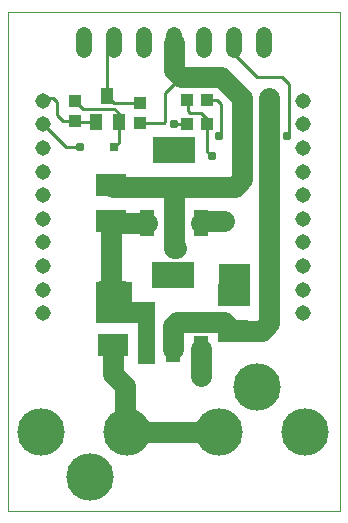
<source format=gtl>
G75*
G70*
%OFA0B0*%
%FSLAX24Y24*%
%IPPOS*%
%LPD*%
%AMOC8*
5,1,8,0,0,1.08239X$1,22.5*
%
%ADD10C,0.0000*%
%ADD11C,0.0515*%
%ADD12R,0.0480X0.0880*%
%ADD13R,0.1417X0.0866*%
%ADD14R,0.0984X0.0768*%
%ADD15C,0.1580*%
%ADD16C,0.0520*%
%ADD17R,0.0394X0.0551*%
%ADD18R,0.0433X0.0394*%
%ADD19R,0.0394X0.0433*%
%ADD20C,0.0700*%
%ADD21C,0.0100*%
%ADD22C,0.0310*%
%ADD23R,0.0396X0.0396*%
%ADD24C,0.0010*%
%ADD25R,0.0310X0.0310*%
D10*
X002006Y000101D02*
X002006Y016717D01*
X013056Y016717D01*
X013056Y000101D01*
X002006Y000101D01*
D11*
X003175Y006677D03*
X003175Y007465D03*
X003175Y008252D03*
X003175Y009040D03*
X003175Y009827D03*
X003175Y010614D03*
X003175Y011402D03*
X003175Y012189D03*
X003175Y012977D03*
X003175Y013764D03*
X011836Y013764D03*
X011836Y012977D03*
X011836Y012189D03*
X011836Y011402D03*
X011836Y010614D03*
X011836Y009827D03*
X011836Y009040D03*
X011836Y008252D03*
X011836Y007465D03*
X011836Y006677D03*
D12*
X008416Y005501D03*
X007506Y005501D03*
X006596Y005501D03*
X006616Y009681D03*
X007526Y009681D03*
X008436Y009681D03*
D13*
X007506Y007941D03*
X007526Y012121D03*
D14*
X005426Y010961D03*
X005426Y009760D03*
X005506Y006821D03*
X005506Y005620D03*
X009506Y006100D03*
X009506Y007301D03*
D15*
X010293Y004222D03*
X009042Y002721D03*
X011904Y002731D03*
X005969Y002721D03*
X004718Y001220D03*
X003107Y002711D03*
D16*
X004526Y015441D02*
X004526Y015961D01*
X005526Y015961D02*
X005526Y015441D01*
X006526Y015441D02*
X006526Y015961D01*
X007526Y015961D02*
X007526Y015441D01*
X008526Y015441D02*
X008526Y015961D01*
X009526Y015961D02*
X009526Y015441D01*
X010526Y015441D02*
X010526Y015961D01*
D17*
X005680Y013048D03*
X005306Y013914D03*
X004932Y013048D03*
D18*
X004226Y013086D03*
X004226Y013755D03*
X006386Y013695D03*
X006386Y013026D03*
D19*
X007971Y013001D03*
X008640Y013001D03*
X008640Y013781D03*
X007971Y013781D03*
D20*
X007766Y014561D02*
X009086Y014561D01*
X009806Y013841D01*
X009806Y011141D01*
X009566Y010901D01*
X007166Y010901D01*
X007286Y010901D01*
X007526Y010661D01*
X007526Y009681D01*
X007526Y008861D01*
X007586Y008861D01*
X008436Y009681D02*
X008516Y009761D01*
X009206Y009761D01*
X007166Y010901D02*
X005486Y010901D01*
X005426Y010961D01*
X005426Y009760D02*
X005426Y007481D01*
X005486Y007421D01*
X005426Y007361D01*
X005506Y005620D02*
X005506Y004661D01*
X005666Y004501D01*
X005666Y004481D01*
X005506Y004641D01*
X005506Y004661D01*
X005666Y004481D02*
X005906Y004241D01*
X005906Y002784D01*
X005969Y002721D01*
X009042Y002721D01*
X008426Y004601D02*
X008416Y004611D01*
X008416Y005501D01*
X007646Y006401D02*
X009205Y006401D01*
X009506Y006100D01*
X009506Y006101D01*
X010466Y006101D01*
X010706Y006341D01*
X010706Y013841D01*
X007766Y014561D02*
X007526Y014801D01*
X007526Y015701D01*
X006616Y009681D02*
X005505Y009681D01*
X005426Y009760D01*
X007646Y006401D02*
X007506Y006261D01*
X007506Y005501D01*
D21*
X008786Y011921D02*
X008640Y012066D01*
X008640Y013001D01*
X008640Y013146D01*
X008426Y013361D01*
X008066Y013361D01*
X008006Y013421D01*
X008006Y013746D01*
X007971Y013781D01*
X008640Y013781D02*
X008966Y013781D01*
X009086Y013661D01*
X009086Y012641D01*
X009026Y012581D01*
X009026Y012641D01*
X007971Y013001D02*
X007526Y013001D01*
X007226Y013061D02*
X007226Y014021D01*
X007766Y014561D01*
X007226Y013061D02*
X007191Y013026D01*
X006386Y013026D01*
X006386Y013695D02*
X005524Y013695D01*
X005306Y013914D01*
X005306Y015481D01*
X005526Y015701D01*
X004226Y013755D02*
X004500Y013481D01*
X005546Y013481D01*
X005680Y013347D01*
X005680Y013048D01*
X005680Y012355D01*
X005546Y012221D01*
X004932Y013048D02*
X004264Y013048D01*
X004226Y013086D01*
X003840Y013086D01*
X003626Y013301D01*
X003626Y013721D01*
X003506Y013841D01*
X003252Y013841D01*
X003175Y013764D01*
X003175Y012977D02*
X003931Y012221D01*
X004406Y012221D01*
X009526Y015321D02*
X010286Y014561D01*
X011126Y014561D01*
X011366Y014321D01*
X011366Y012641D01*
X011306Y012581D01*
X009526Y015321D02*
X009526Y015701D01*
D22*
X010706Y013841D03*
X011306Y012581D03*
X009026Y012581D03*
X008786Y011921D03*
X007526Y013001D03*
X009206Y009761D03*
X007586Y008861D03*
X004406Y012221D03*
X005506Y004661D03*
X008426Y004601D03*
D23*
X009266Y008021D03*
X009746Y008021D03*
X005726Y007541D03*
X005246Y007541D03*
D24*
X004946Y007542D02*
X006086Y007542D01*
X006086Y007533D02*
X004946Y007533D01*
X004946Y007525D02*
X006086Y007525D01*
X006086Y007516D02*
X004946Y007516D01*
X004946Y007508D02*
X006086Y007508D01*
X006086Y007499D02*
X004946Y007499D01*
X004946Y007491D02*
X006086Y007491D01*
X006086Y007482D02*
X004946Y007482D01*
X004946Y007474D02*
X006086Y007474D01*
X006086Y007465D02*
X004946Y007465D01*
X004946Y007457D02*
X006086Y007457D01*
X006086Y007448D02*
X004946Y007448D01*
X004946Y007439D02*
X006086Y007439D01*
X006086Y007431D02*
X004946Y007431D01*
X004946Y007422D02*
X006086Y007422D01*
X006086Y007414D02*
X004946Y007414D01*
X004946Y007405D02*
X006086Y007405D01*
X006086Y007397D02*
X004946Y007397D01*
X004946Y007388D02*
X006086Y007388D01*
X006086Y007380D02*
X004946Y007380D01*
X004946Y007371D02*
X006086Y007371D01*
X006086Y007363D02*
X004946Y007363D01*
X004946Y007354D02*
X006086Y007354D01*
X006086Y007346D02*
X004946Y007346D01*
X004946Y007337D02*
X006086Y007337D01*
X006086Y007328D02*
X004946Y007328D01*
X004946Y007320D02*
X006086Y007320D01*
X006086Y007311D02*
X004946Y007311D01*
X004946Y007303D02*
X006086Y007303D01*
X006086Y007294D02*
X004946Y007294D01*
X004946Y007286D02*
X006086Y007286D01*
X006086Y007277D02*
X004946Y007277D01*
X004946Y007269D02*
X006086Y007269D01*
X006086Y007260D02*
X004946Y007260D01*
X004946Y007252D02*
X006086Y007252D01*
X006086Y007243D02*
X004946Y007243D01*
X004946Y007234D02*
X006086Y007234D01*
X006086Y007226D02*
X004946Y007226D01*
X004946Y007217D02*
X006086Y007217D01*
X006086Y007209D02*
X004946Y007209D01*
X004946Y007200D02*
X006086Y007200D01*
X006086Y007192D02*
X004946Y007192D01*
X004946Y007183D02*
X006086Y007183D01*
X006086Y007175D02*
X004946Y007175D01*
X004946Y007166D02*
X006086Y007166D01*
X006086Y007158D02*
X004946Y007158D01*
X004946Y007149D02*
X006086Y007149D01*
X006086Y007140D02*
X004946Y007140D01*
X004946Y007132D02*
X006086Y007132D01*
X006086Y007123D02*
X004946Y007123D01*
X004946Y007115D02*
X006086Y007115D01*
X006086Y007106D02*
X004946Y007106D01*
X004946Y007098D02*
X006086Y007098D01*
X006086Y007089D02*
X004946Y007089D01*
X004946Y007081D02*
X006086Y007081D01*
X006086Y007072D02*
X004946Y007072D01*
X004946Y007064D02*
X006086Y007064D01*
X006086Y007055D02*
X004946Y007055D01*
X006866Y007055D01*
X006866Y007061D02*
X006866Y005021D01*
X006326Y005021D01*
X006326Y006401D01*
X004946Y006401D01*
X004946Y007061D01*
X006866Y007061D01*
X006866Y007046D02*
X004946Y007046D01*
X006086Y007046D01*
X006086Y007038D02*
X004946Y007038D01*
X006866Y007038D01*
X006866Y007029D02*
X004946Y007029D01*
X006086Y007029D01*
X006086Y007021D02*
X004946Y007021D01*
X006866Y007021D01*
X006866Y007012D02*
X004946Y007012D01*
X006086Y007012D01*
X006086Y007004D02*
X004946Y007004D01*
X006866Y007004D01*
X006866Y006995D02*
X004946Y006995D01*
X006086Y006995D01*
X006086Y006987D02*
X004946Y006987D01*
X006866Y006987D01*
X006866Y006978D02*
X004946Y006978D01*
X006086Y006978D01*
X006086Y006970D02*
X004946Y006970D01*
X006866Y006970D01*
X006866Y006961D02*
X004946Y006961D01*
X006086Y006961D01*
X006086Y006953D02*
X004946Y006953D01*
X006866Y006953D01*
X006866Y006944D02*
X004946Y006944D01*
X006086Y006944D01*
X006086Y006935D02*
X004946Y006935D01*
X006866Y006935D01*
X006866Y006927D02*
X004946Y006927D01*
X006086Y006927D01*
X006086Y006918D02*
X004946Y006918D01*
X006866Y006918D01*
X006866Y006910D02*
X004946Y006910D01*
X006086Y006910D01*
X006086Y006901D02*
X004946Y006901D01*
X006866Y006901D01*
X006866Y006893D02*
X004946Y006893D01*
X006086Y006893D01*
X006086Y006884D02*
X004946Y006884D01*
X006866Y006884D01*
X006866Y006876D02*
X004946Y006876D01*
X006086Y006876D01*
X006086Y006867D02*
X004946Y006867D01*
X006866Y006867D01*
X006866Y006859D02*
X004946Y006859D01*
X006086Y006859D01*
X006086Y006850D02*
X004946Y006850D01*
X006866Y006850D01*
X006866Y006841D02*
X004946Y006841D01*
X006086Y006841D01*
X006086Y006833D02*
X004946Y006833D01*
X006866Y006833D01*
X006866Y006824D02*
X004946Y006824D01*
X006086Y006824D01*
X006086Y006816D02*
X004946Y006816D01*
X006866Y006816D01*
X006866Y006807D02*
X004946Y006807D01*
X006086Y006807D01*
X006086Y006799D02*
X004946Y006799D01*
X006866Y006799D01*
X006866Y006790D02*
X004946Y006790D01*
X006086Y006790D01*
X006086Y006782D02*
X004946Y006782D01*
X006866Y006782D01*
X006866Y006773D02*
X004946Y006773D01*
X006086Y006773D01*
X006086Y006765D02*
X004946Y006765D01*
X006866Y006765D01*
X006866Y006756D02*
X004946Y006756D01*
X006086Y006756D01*
X006086Y006747D02*
X004946Y006747D01*
X006866Y006747D01*
X006866Y006739D02*
X004946Y006739D01*
X006086Y006739D01*
X006086Y006730D02*
X004946Y006730D01*
X006866Y006730D01*
X006866Y006722D02*
X004946Y006722D01*
X006086Y006722D01*
X006086Y006713D02*
X004946Y006713D01*
X006866Y006713D01*
X006866Y006705D02*
X004946Y006705D01*
X006086Y006705D01*
X006086Y006696D02*
X004946Y006696D01*
X006866Y006696D01*
X006866Y006688D02*
X004946Y006688D01*
X006086Y006688D01*
X006086Y006679D02*
X004946Y006679D01*
X006866Y006679D01*
X006866Y006671D02*
X004946Y006671D01*
X006086Y006671D01*
X006086Y006662D02*
X004946Y006662D01*
X006866Y006662D01*
X006866Y006654D02*
X004946Y006654D01*
X006086Y006654D01*
X006086Y006645D02*
X004946Y006645D01*
X006866Y006645D01*
X006866Y006636D02*
X004946Y006636D01*
X006086Y006636D01*
X006086Y006628D02*
X004946Y006628D01*
X006866Y006628D01*
X006866Y006619D02*
X004946Y006619D01*
X006086Y006619D01*
X006086Y006611D02*
X004946Y006611D01*
X006866Y006611D01*
X006866Y006602D02*
X004946Y006602D01*
X006086Y006602D01*
X006086Y006594D02*
X004946Y006594D01*
X006866Y006594D01*
X006866Y006585D02*
X004946Y006585D01*
X006086Y006585D01*
X006086Y006577D02*
X004946Y006577D01*
X006866Y006577D01*
X006866Y006568D02*
X004946Y006568D01*
X006086Y006568D01*
X006086Y006560D02*
X004946Y006560D01*
X006866Y006560D01*
X006866Y006551D02*
X004946Y006551D01*
X006086Y006551D01*
X006086Y006542D02*
X004946Y006542D01*
X006866Y006542D01*
X006866Y006534D02*
X004946Y006534D01*
X006086Y006534D01*
X006086Y006525D02*
X004946Y006525D01*
X006866Y006525D01*
X006866Y006517D02*
X004946Y006517D01*
X006086Y006517D01*
X006086Y006508D02*
X004946Y006508D01*
X006866Y006508D01*
X006866Y006500D02*
X004946Y006500D01*
X006086Y006500D01*
X006086Y006491D02*
X004946Y006491D01*
X006866Y006491D01*
X006866Y006483D02*
X004946Y006483D01*
X006086Y006483D01*
X006086Y006474D02*
X004946Y006474D01*
X006866Y006474D01*
X006866Y006466D02*
X004946Y006466D01*
X006086Y006466D01*
X006086Y006461D02*
X004946Y006461D01*
X004946Y007721D01*
X006086Y007721D01*
X006086Y006461D01*
X006326Y006397D02*
X006866Y006397D01*
X006866Y006389D02*
X006326Y006389D01*
X006326Y006380D02*
X006866Y006380D01*
X006866Y006372D02*
X006326Y006372D01*
X006326Y006363D02*
X006866Y006363D01*
X006866Y006354D02*
X006326Y006354D01*
X006326Y006346D02*
X006866Y006346D01*
X006866Y006337D02*
X006326Y006337D01*
X006326Y006329D02*
X006866Y006329D01*
X006866Y006320D02*
X006326Y006320D01*
X006326Y006312D02*
X006866Y006312D01*
X006866Y006303D02*
X006326Y006303D01*
X006326Y006295D02*
X006866Y006295D01*
X006866Y006286D02*
X006326Y006286D01*
X006326Y006278D02*
X006866Y006278D01*
X006866Y006269D02*
X006326Y006269D01*
X006326Y006261D02*
X006866Y006261D01*
X006866Y006252D02*
X006326Y006252D01*
X006326Y006243D02*
X006866Y006243D01*
X006866Y006235D02*
X006326Y006235D01*
X006326Y006226D02*
X006866Y006226D01*
X006866Y006218D02*
X006326Y006218D01*
X006326Y006209D02*
X006866Y006209D01*
X006866Y006201D02*
X006326Y006201D01*
X006326Y006192D02*
X006866Y006192D01*
X006866Y006184D02*
X006326Y006184D01*
X006326Y006175D02*
X006866Y006175D01*
X006866Y006167D02*
X006326Y006167D01*
X006326Y006158D02*
X006866Y006158D01*
X006866Y006149D02*
X006326Y006149D01*
X006326Y006141D02*
X006866Y006141D01*
X006866Y006132D02*
X006326Y006132D01*
X006326Y006124D02*
X006866Y006124D01*
X006866Y006115D02*
X006326Y006115D01*
X006326Y006107D02*
X006866Y006107D01*
X006866Y006098D02*
X006326Y006098D01*
X006326Y006090D02*
X006866Y006090D01*
X006866Y006081D02*
X006326Y006081D01*
X006326Y006073D02*
X006866Y006073D01*
X006866Y006064D02*
X006326Y006064D01*
X006326Y006055D02*
X006866Y006055D01*
X006866Y006047D02*
X006326Y006047D01*
X006326Y006038D02*
X006866Y006038D01*
X006866Y006030D02*
X006326Y006030D01*
X006326Y006021D02*
X006866Y006021D01*
X006866Y006013D02*
X006326Y006013D01*
X006326Y006004D02*
X006866Y006004D01*
X006866Y005996D02*
X006326Y005996D01*
X006326Y005987D02*
X006866Y005987D01*
X006866Y005979D02*
X006326Y005979D01*
X006326Y005970D02*
X006866Y005970D01*
X006866Y005961D02*
X006326Y005961D01*
X006326Y005953D02*
X006866Y005953D01*
X006866Y005944D02*
X006326Y005944D01*
X006326Y005936D02*
X006866Y005936D01*
X006866Y005927D02*
X006326Y005927D01*
X006326Y005919D02*
X006866Y005919D01*
X006866Y005910D02*
X006326Y005910D01*
X006326Y005902D02*
X006866Y005902D01*
X006866Y005893D02*
X006326Y005893D01*
X006326Y005885D02*
X006866Y005885D01*
X006866Y005876D02*
X006326Y005876D01*
X006326Y005868D02*
X006866Y005868D01*
X006866Y005859D02*
X006326Y005859D01*
X006326Y005850D02*
X006866Y005850D01*
X006866Y005842D02*
X006326Y005842D01*
X006326Y005833D02*
X006866Y005833D01*
X006866Y005825D02*
X006326Y005825D01*
X006326Y005816D02*
X006866Y005816D01*
X006866Y005808D02*
X006326Y005808D01*
X006326Y005799D02*
X006866Y005799D01*
X006866Y005791D02*
X006326Y005791D01*
X006326Y005782D02*
X006866Y005782D01*
X006866Y005774D02*
X006326Y005774D01*
X006326Y005765D02*
X006866Y005765D01*
X006866Y005756D02*
X006326Y005756D01*
X006326Y005748D02*
X006866Y005748D01*
X006866Y005739D02*
X006326Y005739D01*
X006326Y005731D02*
X006866Y005731D01*
X006866Y005722D02*
X006326Y005722D01*
X006326Y005714D02*
X006866Y005714D01*
X006866Y005705D02*
X006326Y005705D01*
X006326Y005697D02*
X006866Y005697D01*
X006866Y005688D02*
X006326Y005688D01*
X006326Y005680D02*
X006866Y005680D01*
X006866Y005671D02*
X006326Y005671D01*
X006326Y005662D02*
X006866Y005662D01*
X006866Y005654D02*
X006326Y005654D01*
X006326Y005645D02*
X006866Y005645D01*
X006866Y005637D02*
X006326Y005637D01*
X006326Y005628D02*
X006866Y005628D01*
X006866Y005620D02*
X006326Y005620D01*
X006326Y005611D02*
X006866Y005611D01*
X006866Y005603D02*
X006326Y005603D01*
X006326Y005594D02*
X006866Y005594D01*
X006866Y005586D02*
X006326Y005586D01*
X006326Y005577D02*
X006866Y005577D01*
X006866Y005569D02*
X006326Y005569D01*
X006326Y005560D02*
X006866Y005560D01*
X006866Y005551D02*
X006326Y005551D01*
X006326Y005543D02*
X006866Y005543D01*
X006866Y005534D02*
X006326Y005534D01*
X006326Y005526D02*
X006866Y005526D01*
X006866Y005517D02*
X006326Y005517D01*
X006326Y005509D02*
X006866Y005509D01*
X006866Y005500D02*
X006326Y005500D01*
X006326Y005492D02*
X006866Y005492D01*
X006866Y005483D02*
X006326Y005483D01*
X006326Y005475D02*
X006866Y005475D01*
X006866Y005466D02*
X006326Y005466D01*
X006326Y005457D02*
X006866Y005457D01*
X006866Y005449D02*
X006326Y005449D01*
X006326Y005440D02*
X006866Y005440D01*
X006866Y005432D02*
X006326Y005432D01*
X006326Y005423D02*
X006866Y005423D01*
X006866Y005415D02*
X006326Y005415D01*
X006326Y005406D02*
X006866Y005406D01*
X006866Y005398D02*
X006326Y005398D01*
X006326Y005389D02*
X006866Y005389D01*
X006866Y005381D02*
X006326Y005381D01*
X006326Y005372D02*
X006866Y005372D01*
X006866Y005363D02*
X006326Y005363D01*
X006326Y005355D02*
X006866Y005355D01*
X006866Y005346D02*
X006326Y005346D01*
X006326Y005338D02*
X006866Y005338D01*
X006866Y005329D02*
X006326Y005329D01*
X006326Y005321D02*
X006866Y005321D01*
X006866Y005312D02*
X006326Y005312D01*
X006326Y005304D02*
X006866Y005304D01*
X006866Y005295D02*
X006326Y005295D01*
X006326Y005287D02*
X006866Y005287D01*
X006866Y005278D02*
X006326Y005278D01*
X006326Y005269D02*
X006866Y005269D01*
X006866Y005261D02*
X006326Y005261D01*
X006326Y005252D02*
X006866Y005252D01*
X006866Y005244D02*
X006326Y005244D01*
X006326Y005235D02*
X006866Y005235D01*
X006866Y005227D02*
X006326Y005227D01*
X006326Y005218D02*
X006866Y005218D01*
X006866Y005210D02*
X006326Y005210D01*
X006326Y005201D02*
X006866Y005201D01*
X006866Y005193D02*
X006326Y005193D01*
X006326Y005184D02*
X006866Y005184D01*
X006866Y005176D02*
X006326Y005176D01*
X006326Y005167D02*
X006866Y005167D01*
X006866Y005158D02*
X006326Y005158D01*
X006326Y005150D02*
X006866Y005150D01*
X006866Y005141D02*
X006326Y005141D01*
X006326Y005133D02*
X006866Y005133D01*
X006866Y005124D02*
X006326Y005124D01*
X006326Y005116D02*
X006866Y005116D01*
X006866Y005107D02*
X006326Y005107D01*
X006326Y005099D02*
X006866Y005099D01*
X006866Y005090D02*
X006326Y005090D01*
X006326Y005082D02*
X006866Y005082D01*
X006866Y005073D02*
X006326Y005073D01*
X006326Y005064D02*
X006866Y005064D01*
X006866Y005056D02*
X006326Y005056D01*
X006326Y005047D02*
X006866Y005047D01*
X006866Y005039D02*
X006326Y005039D01*
X006326Y005030D02*
X006866Y005030D01*
X006866Y005022D02*
X006326Y005022D01*
X006866Y006406D02*
X004946Y006406D01*
X004946Y006414D02*
X006866Y006414D01*
X006866Y006423D02*
X004946Y006423D01*
X004946Y006431D02*
X006866Y006431D01*
X006866Y006440D02*
X004946Y006440D01*
X004946Y006448D02*
X006866Y006448D01*
X006866Y006457D02*
X004946Y006457D01*
X004946Y007551D02*
X006086Y007551D01*
X006086Y007559D02*
X004946Y007559D01*
X004946Y007568D02*
X006086Y007568D01*
X006086Y007576D02*
X004946Y007576D01*
X004946Y007585D02*
X006086Y007585D01*
X006086Y007593D02*
X004946Y007593D01*
X004946Y007602D02*
X006086Y007602D01*
X006086Y007610D02*
X004946Y007610D01*
X004946Y007619D02*
X006086Y007619D01*
X006086Y007627D02*
X004946Y007627D01*
X004946Y007636D02*
X006086Y007636D01*
X006086Y007645D02*
X004946Y007645D01*
X004946Y007653D02*
X006086Y007653D01*
X006086Y007662D02*
X004946Y007662D01*
X004946Y007670D02*
X006086Y007670D01*
X006086Y007679D02*
X004946Y007679D01*
X004946Y007687D02*
X006086Y007687D01*
X006086Y007696D02*
X004946Y007696D01*
X004946Y007704D02*
X006086Y007704D01*
X006086Y007713D02*
X004946Y007713D01*
X009026Y007730D02*
X010046Y007730D01*
X010046Y007739D02*
X009026Y007739D01*
X009026Y007747D02*
X010046Y007747D01*
X010046Y007756D02*
X009026Y007756D01*
X009026Y007764D02*
X010046Y007764D01*
X010046Y007773D02*
X009026Y007773D01*
X009026Y007781D02*
X010046Y007781D01*
X010046Y007790D02*
X009026Y007790D01*
X009026Y007798D02*
X010046Y007798D01*
X010046Y007807D02*
X009026Y007807D01*
X009026Y007815D02*
X010046Y007815D01*
X010046Y007824D02*
X009026Y007824D01*
X009026Y007832D02*
X010046Y007832D01*
X010046Y007841D02*
X009026Y007841D01*
X009026Y007850D02*
X010046Y007850D01*
X010046Y007858D02*
X009026Y007858D01*
X009026Y007867D02*
X010046Y007867D01*
X010046Y007875D02*
X009026Y007875D01*
X009026Y007884D02*
X010046Y007884D01*
X010046Y007892D02*
X009026Y007892D01*
X009026Y007901D02*
X010046Y007901D01*
X010046Y007909D02*
X009026Y007909D01*
X009026Y007918D02*
X010046Y007918D01*
X010046Y007926D02*
X009026Y007926D01*
X009026Y007935D02*
X010046Y007935D01*
X010046Y007944D02*
X009026Y007944D01*
X009026Y007952D02*
X010046Y007952D01*
X010046Y007961D02*
X009026Y007961D01*
X009026Y007969D02*
X010046Y007969D01*
X010046Y007978D02*
X009026Y007978D01*
X009026Y007986D02*
X010046Y007986D01*
X010046Y007995D02*
X009026Y007995D01*
X009026Y008003D02*
X010046Y008003D01*
X010046Y008012D02*
X009026Y008012D01*
X009026Y008020D02*
X010046Y008020D01*
X010046Y008029D02*
X009026Y008029D01*
X009026Y008038D02*
X010046Y008038D01*
X010046Y008046D02*
X009026Y008046D01*
X009026Y008055D02*
X010046Y008055D01*
X010046Y008063D02*
X009026Y008063D01*
X009026Y008072D02*
X010046Y008072D01*
X010046Y008080D02*
X009026Y008080D01*
X009026Y008089D02*
X010046Y008089D01*
X010046Y008097D02*
X009026Y008097D01*
X009026Y008106D02*
X010046Y008106D01*
X010046Y008114D02*
X009026Y008114D01*
X009026Y008123D02*
X010046Y008123D01*
X010046Y008131D02*
X009026Y008131D01*
X009026Y008140D02*
X010046Y008140D01*
X010046Y008149D02*
X009026Y008149D01*
X009026Y008157D02*
X010046Y008157D01*
X010046Y008166D02*
X009026Y008166D01*
X009026Y008174D02*
X010046Y008174D01*
X010046Y008183D02*
X009026Y008183D01*
X009026Y008191D02*
X010046Y008191D01*
X010046Y008200D02*
X009026Y008200D01*
X009026Y008208D02*
X010046Y008208D01*
X010046Y008217D02*
X009026Y008217D01*
X009026Y008225D02*
X010046Y008225D01*
X010046Y008234D02*
X009026Y008234D01*
X009026Y008243D02*
X010046Y008243D01*
X010046Y008251D02*
X009026Y008251D01*
X009026Y008260D02*
X010046Y008260D01*
X010046Y008268D02*
X009026Y008268D01*
X009026Y008277D02*
X010046Y008277D01*
X010046Y008285D02*
X009026Y008285D01*
X009026Y008294D02*
X010046Y008294D01*
X010046Y008302D02*
X009026Y008302D01*
X009026Y008311D02*
X010046Y008311D01*
X010046Y008319D02*
X009026Y008319D01*
X009026Y008321D02*
X010046Y008321D01*
X010046Y006941D01*
X009026Y006941D01*
X009026Y008321D01*
X009026Y007721D02*
X010046Y007721D01*
X010046Y007713D02*
X009026Y007713D01*
X009026Y007704D02*
X010046Y007704D01*
X010046Y007696D02*
X009026Y007696D01*
X009026Y007687D02*
X010046Y007687D01*
X010046Y007679D02*
X009026Y007679D01*
X009026Y007670D02*
X010046Y007670D01*
X010046Y007662D02*
X009026Y007662D01*
X009026Y007653D02*
X010046Y007653D01*
X010046Y007645D02*
X009026Y007645D01*
X009026Y007636D02*
X010046Y007636D01*
X010046Y007627D02*
X009026Y007627D01*
X009026Y007619D02*
X010046Y007619D01*
X010046Y007610D02*
X009026Y007610D01*
X009026Y007602D02*
X010046Y007602D01*
X010046Y007593D02*
X009026Y007593D01*
X009026Y007585D02*
X010046Y007585D01*
X010046Y007576D02*
X009026Y007576D01*
X009026Y007568D02*
X010046Y007568D01*
X010046Y007559D02*
X009026Y007559D01*
X009026Y007551D02*
X010046Y007551D01*
X010046Y007542D02*
X009026Y007542D01*
X009026Y007533D02*
X010046Y007533D01*
X010046Y007525D02*
X009026Y007525D01*
X009026Y007516D02*
X010046Y007516D01*
X010046Y007508D02*
X009026Y007508D01*
X009026Y007499D02*
X010046Y007499D01*
X010046Y007491D02*
X009026Y007491D01*
X009026Y007482D02*
X010046Y007482D01*
X010046Y007474D02*
X009026Y007474D01*
X009026Y007465D02*
X010046Y007465D01*
X010046Y007457D02*
X009026Y007457D01*
X009026Y007448D02*
X010046Y007448D01*
X010046Y007439D02*
X009026Y007439D01*
X009026Y007431D02*
X010046Y007431D01*
X010046Y007422D02*
X009026Y007422D01*
X009026Y007414D02*
X010046Y007414D01*
X010046Y007405D02*
X009026Y007405D01*
X009026Y007397D02*
X010046Y007397D01*
X010046Y007388D02*
X009026Y007388D01*
X009026Y007380D02*
X010046Y007380D01*
X010046Y007371D02*
X009026Y007371D01*
X009026Y007363D02*
X010046Y007363D01*
X010046Y007354D02*
X009026Y007354D01*
X009026Y007346D02*
X010046Y007346D01*
X010046Y007337D02*
X009026Y007337D01*
X009026Y007328D02*
X010046Y007328D01*
X010046Y007320D02*
X009026Y007320D01*
X009026Y007311D02*
X010046Y007311D01*
X010046Y007303D02*
X009026Y007303D01*
X009026Y007294D02*
X010046Y007294D01*
X010046Y007286D02*
X009026Y007286D01*
X009026Y007277D02*
X010046Y007277D01*
X010046Y007269D02*
X009026Y007269D01*
X009026Y007260D02*
X010046Y007260D01*
X010046Y007252D02*
X009026Y007252D01*
X009026Y007243D02*
X010046Y007243D01*
X010046Y007234D02*
X009026Y007234D01*
X009026Y007226D02*
X010046Y007226D01*
X010046Y007217D02*
X009026Y007217D01*
X009026Y007209D02*
X010046Y007209D01*
X010046Y007200D02*
X009026Y007200D01*
X009026Y007192D02*
X010046Y007192D01*
X010046Y007183D02*
X009026Y007183D01*
X009026Y007175D02*
X010046Y007175D01*
X010046Y007166D02*
X009026Y007166D01*
X009026Y007158D02*
X010046Y007158D01*
X010046Y007149D02*
X009026Y007149D01*
X009026Y007140D02*
X010046Y007140D01*
X010046Y007132D02*
X009026Y007132D01*
X009026Y007123D02*
X010046Y007123D01*
X010046Y007115D02*
X009026Y007115D01*
X009026Y007106D02*
X010046Y007106D01*
X010046Y007098D02*
X009026Y007098D01*
X009026Y007089D02*
X010046Y007089D01*
X010046Y007081D02*
X009026Y007081D01*
X009026Y007072D02*
X010046Y007072D01*
X010046Y007064D02*
X009026Y007064D01*
X009026Y007055D02*
X010046Y007055D01*
X010046Y007046D02*
X009026Y007046D01*
X009026Y007038D02*
X010046Y007038D01*
X010046Y007029D02*
X009026Y007029D01*
X009026Y007021D02*
X010046Y007021D01*
X010046Y007012D02*
X009026Y007012D01*
X009026Y007004D02*
X010046Y007004D01*
X010046Y006995D02*
X009026Y006995D01*
X009026Y006987D02*
X010046Y006987D01*
X010046Y006978D02*
X009026Y006978D01*
X009026Y006970D02*
X010046Y006970D01*
X010046Y006961D02*
X009026Y006961D01*
X009026Y006953D02*
X010046Y006953D01*
X010046Y006944D02*
X009026Y006944D01*
D25*
X005546Y012221D03*
M02*

</source>
